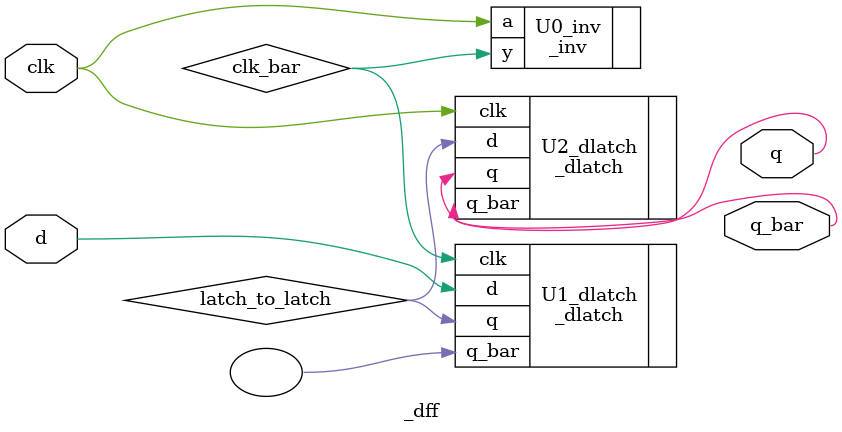
<source format=v>
module _dff(clk, d, q, q_bar); // this module makes d flipflop
input clk, d; // define input clk and d
output q, q_bar; // define output q and q_bar

wire clk_bar, latch_to_latch; // define wire clk_bar and latch_to_latch

_inv U0_inv( // inverter instance
	.a(clk),
	.y(clk_bar)
	);

// two D latch instance	
_dlatch U1_dlatch(
	.clk(clk_bar),
	.d(d),
	.q(latch_to_latch),
	.q_bar()
	);
	
_dlatch U2_dlatch(
	.clk(clk),
	.d(latch_to_latch),
	.q(q),
	.q_bar(q_bar)
	);
	
endmodule // end of module

</source>
